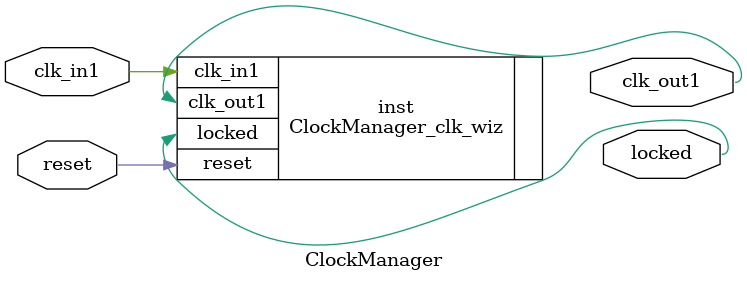
<source format=v>


`timescale 1ps/1ps

(* CORE_GENERATION_INFO = "ClockManager,clk_wiz_v6_0_0_0,{component_name=ClockManager,use_phase_alignment=true,use_min_o_jitter=false,use_max_i_jitter=false,use_dyn_phase_shift=false,use_inclk_switchover=false,use_dyn_reconfig=false,enable_axi=0,feedback_source=FDBK_AUTO,PRIMITIVE=MMCM,num_out_clk=1,clkin1_period=10.000,clkin2_period=10.000,use_power_down=false,use_reset=true,use_locked=true,use_inclk_stopped=false,feedback_type=SINGLE,CLOCK_MGR_TYPE=NA,manual_override=false}" *)

module ClockManager 
 (
  // Clock out ports
  output        clk_out1,
  // Status and control signals
  input         reset,
  output        locked,
 // Clock in ports
  input         clk_in1
 );

  ClockManager_clk_wiz inst
  (
  // Clock out ports  
  .clk_out1(clk_out1),
  // Status and control signals               
  .reset(reset), 
  .locked(locked),
 // Clock in ports
  .clk_in1(clk_in1)
  );

endmodule

</source>
